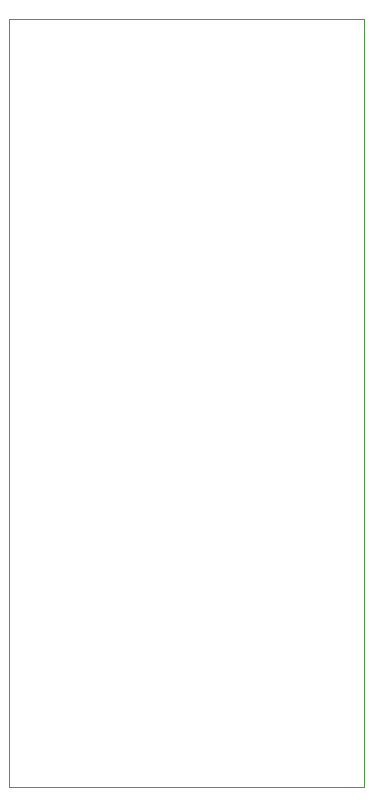
<source format=gm1>
G04*
G04 #@! TF.GenerationSoftware,Altium Limited,Altium Designer,20.0.11 (256)*
G04*
G04 Layer_Color=16711935*
%FSLAX44Y44*%
%MOMM*%
G71*
G01*
G75*
%ADD12C,0.1000*%
D12*
X0Y0D02*
Y650000D01*
X300000D01*
Y0D02*
Y650000D01*
X0Y0D02*
X300000D01*
M02*

</source>
